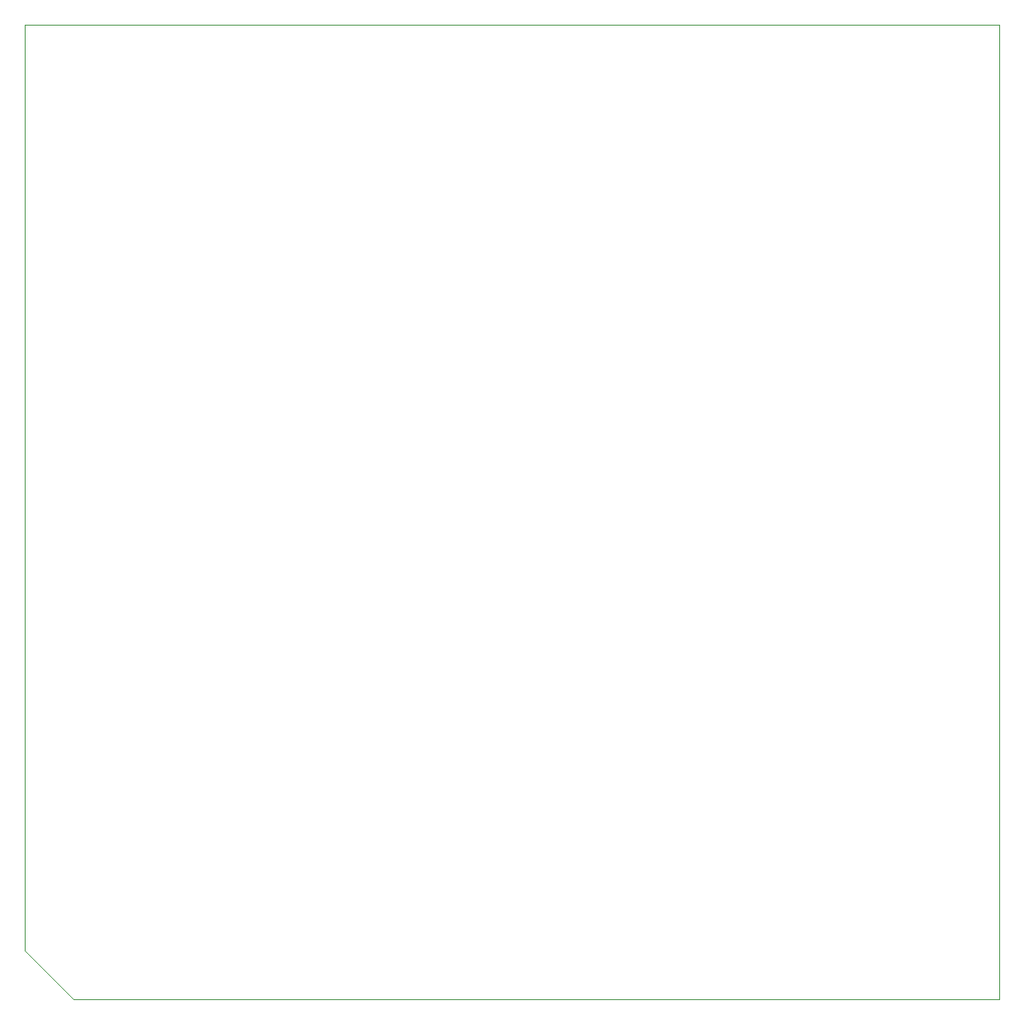
<source format=gbr>
G04 #@! TF.GenerationSoftware,KiCad,Pcbnew,6.0.0-unknown-813de6a~100~ubuntu18.04.1*
G04 #@! TF.CreationDate,2019-06-08T23:41:29-05:00*
G04 #@! TF.ProjectId,shield_SDR_UN,73686965-6c64-45f5-9344-525f554e2e6b,rev?*
G04 #@! TF.SameCoordinates,Original*
G04 #@! TF.FileFunction,Profile,NP*
%FSLAX46Y46*%
G04 Gerber Fmt 4.6, Leading zero omitted, Abs format (unit mm)*
G04 Created by KiCad (PCBNEW 6.0.0-unknown-813de6a~100~ubuntu18.04.1) date 2019-06-08 23:41:29*
%MOMM*%
%LPD*%
G04 APERTURE LIST*
%ADD10C,0.050000*%
G04 APERTURE END LIST*
D10*
X165440000Y-138040000D02*
X165440000Y-38040000D01*
X70440000Y-138040000D02*
X65440000Y-133040000D01*
X70440000Y-138040000D02*
X165440000Y-138040000D01*
X65440000Y-133040000D02*
X65440000Y-38040000D01*
X65440000Y-38040000D02*
X165440000Y-38040000D01*
M02*

</source>
